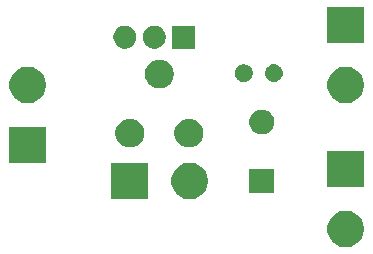
<source format=gbs>
G04 #@! TF.GenerationSoftware,KiCad,Pcbnew,(5.1.2)-2*
G04 #@! TF.CreationDate,2019-09-01T08:24:52-07:00*
G04 #@! TF.ProjectId,regulator_clock,72656775-6c61-4746-9f72-5f636c6f636b,rev?*
G04 #@! TF.SameCoordinates,Original*
G04 #@! TF.FileFunction,Soldermask,Bot*
G04 #@! TF.FilePolarity,Negative*
%FSLAX46Y46*%
G04 Gerber Fmt 4.6, Leading zero omitted, Abs format (unit mm)*
G04 Created by KiCad (PCBNEW (5.1.2)-2) date 2019-09-01 08:24:52*
%MOMM*%
%LPD*%
G04 APERTURE LIST*
%ADD10C,0.100000*%
G04 APERTURE END LIST*
D10*
G36*
X116126585Y-89918802D02*
G01*
X116276410Y-89948604D01*
X116558674Y-90065521D01*
X116812705Y-90235259D01*
X117028741Y-90451295D01*
X117198479Y-90705326D01*
X117315396Y-90987590D01*
X117375000Y-91287240D01*
X117375000Y-91592760D01*
X117315396Y-91892410D01*
X117198479Y-92174674D01*
X117028741Y-92428705D01*
X116812705Y-92644741D01*
X116558674Y-92814479D01*
X116276410Y-92931396D01*
X116126585Y-92961198D01*
X115976761Y-92991000D01*
X115671239Y-92991000D01*
X115521415Y-92961198D01*
X115371590Y-92931396D01*
X115089326Y-92814479D01*
X114835295Y-92644741D01*
X114619259Y-92428705D01*
X114449521Y-92174674D01*
X114332604Y-91892410D01*
X114273000Y-91592760D01*
X114273000Y-91287240D01*
X114332604Y-90987590D01*
X114449521Y-90705326D01*
X114619259Y-90451295D01*
X114835295Y-90235259D01*
X115089326Y-90065521D01*
X115371590Y-89948604D01*
X115521415Y-89918802D01*
X115671239Y-89889000D01*
X115976761Y-89889000D01*
X116126585Y-89918802D01*
X116126585Y-89918802D01*
G37*
G36*
X102918585Y-85854802D02*
G01*
X103068410Y-85884604D01*
X103350674Y-86001521D01*
X103604705Y-86171259D01*
X103820741Y-86387295D01*
X103990479Y-86641326D01*
X104107396Y-86923590D01*
X104167000Y-87223240D01*
X104167000Y-87528760D01*
X104107396Y-87828410D01*
X103990479Y-88110674D01*
X103820741Y-88364705D01*
X103604705Y-88580741D01*
X103350674Y-88750479D01*
X103068410Y-88867396D01*
X102918585Y-88897198D01*
X102768761Y-88927000D01*
X102463239Y-88927000D01*
X102313415Y-88897198D01*
X102163590Y-88867396D01*
X101881326Y-88750479D01*
X101627295Y-88580741D01*
X101411259Y-88364705D01*
X101241521Y-88110674D01*
X101124604Y-87828410D01*
X101065000Y-87528760D01*
X101065000Y-87223240D01*
X101124604Y-86923590D01*
X101241521Y-86641326D01*
X101411259Y-86387295D01*
X101627295Y-86171259D01*
X101881326Y-86001521D01*
X102163590Y-85884604D01*
X102313415Y-85854802D01*
X102463239Y-85825000D01*
X102768761Y-85825000D01*
X102918585Y-85854802D01*
X102918585Y-85854802D01*
G37*
G36*
X99087000Y-88927000D02*
G01*
X95985000Y-88927000D01*
X95985000Y-85825000D01*
X99087000Y-85825000D01*
X99087000Y-88927000D01*
X99087000Y-88927000D01*
G37*
G36*
X109763000Y-88427000D02*
G01*
X107661000Y-88427000D01*
X107661000Y-86325000D01*
X109763000Y-86325000D01*
X109763000Y-88427000D01*
X109763000Y-88427000D01*
G37*
G36*
X117375000Y-87911000D02*
G01*
X114273000Y-87911000D01*
X114273000Y-84809000D01*
X117375000Y-84809000D01*
X117375000Y-87911000D01*
X117375000Y-87911000D01*
G37*
G36*
X90451000Y-85879000D02*
G01*
X87349000Y-85879000D01*
X87349000Y-82777000D01*
X90451000Y-82777000D01*
X90451000Y-85879000D01*
X90451000Y-85879000D01*
G37*
G36*
X102774205Y-82114461D02*
G01*
X102892153Y-82137922D01*
X102984194Y-82176047D01*
X103114359Y-82229963D01*
X103314342Y-82363587D01*
X103484413Y-82533658D01*
X103618037Y-82733641D01*
X103710078Y-82955848D01*
X103757000Y-83191741D01*
X103757000Y-83432259D01*
X103710078Y-83668152D01*
X103618037Y-83890359D01*
X103484413Y-84090342D01*
X103314342Y-84260413D01*
X103114359Y-84394037D01*
X102984194Y-84447953D01*
X102892153Y-84486078D01*
X102774205Y-84509539D01*
X102656259Y-84533000D01*
X102415741Y-84533000D01*
X102297795Y-84509539D01*
X102179847Y-84486078D01*
X102087806Y-84447953D01*
X101957641Y-84394037D01*
X101757658Y-84260413D01*
X101587587Y-84090342D01*
X101453963Y-83890359D01*
X101361922Y-83668152D01*
X101315000Y-83432259D01*
X101315000Y-83191741D01*
X101361922Y-82955848D01*
X101453963Y-82733641D01*
X101587587Y-82533658D01*
X101757658Y-82363587D01*
X101957641Y-82229963D01*
X102087806Y-82176047D01*
X102179847Y-82137922D01*
X102297795Y-82114461D01*
X102415741Y-82091000D01*
X102656259Y-82091000D01*
X102774205Y-82114461D01*
X102774205Y-82114461D01*
G37*
G36*
X97774205Y-82114461D02*
G01*
X97892153Y-82137922D01*
X97984194Y-82176047D01*
X98114359Y-82229963D01*
X98314342Y-82363587D01*
X98484413Y-82533658D01*
X98618037Y-82733641D01*
X98710078Y-82955848D01*
X98757000Y-83191741D01*
X98757000Y-83432259D01*
X98710078Y-83668152D01*
X98618037Y-83890359D01*
X98484413Y-84090342D01*
X98314342Y-84260413D01*
X98114359Y-84394037D01*
X97984194Y-84447953D01*
X97892153Y-84486078D01*
X97774205Y-84509539D01*
X97656259Y-84533000D01*
X97415741Y-84533000D01*
X97297795Y-84509539D01*
X97179847Y-84486078D01*
X97087806Y-84447953D01*
X96957641Y-84394037D01*
X96757658Y-84260413D01*
X96587587Y-84090342D01*
X96453963Y-83890359D01*
X96361922Y-83668152D01*
X96315000Y-83432259D01*
X96315000Y-83191741D01*
X96361922Y-82955848D01*
X96453963Y-82733641D01*
X96587587Y-82533658D01*
X96757658Y-82363587D01*
X96957641Y-82229963D01*
X97087806Y-82176047D01*
X97179847Y-82137922D01*
X97297795Y-82114461D01*
X97415741Y-82091000D01*
X97656259Y-82091000D01*
X97774205Y-82114461D01*
X97774205Y-82114461D01*
G37*
G36*
X109018564Y-81365389D02*
G01*
X109209833Y-81444615D01*
X109209835Y-81444616D01*
X109381973Y-81559635D01*
X109528365Y-81706027D01*
X109643385Y-81878167D01*
X109722611Y-82069436D01*
X109763000Y-82272484D01*
X109763000Y-82479516D01*
X109722611Y-82682564D01*
X109701454Y-82733641D01*
X109643384Y-82873835D01*
X109528365Y-83045973D01*
X109381973Y-83192365D01*
X109209835Y-83307384D01*
X109209834Y-83307385D01*
X109209833Y-83307385D01*
X109018564Y-83386611D01*
X108815516Y-83427000D01*
X108608484Y-83427000D01*
X108405436Y-83386611D01*
X108214167Y-83307385D01*
X108214166Y-83307385D01*
X108214165Y-83307384D01*
X108042027Y-83192365D01*
X107895635Y-83045973D01*
X107780616Y-82873835D01*
X107722546Y-82733641D01*
X107701389Y-82682564D01*
X107661000Y-82479516D01*
X107661000Y-82272484D01*
X107701389Y-82069436D01*
X107780615Y-81878167D01*
X107895635Y-81706027D01*
X108042027Y-81559635D01*
X108214165Y-81444616D01*
X108214167Y-81444615D01*
X108405436Y-81365389D01*
X108608484Y-81325000D01*
X108815516Y-81325000D01*
X109018564Y-81365389D01*
X109018564Y-81365389D01*
G37*
G36*
X89202585Y-77726802D02*
G01*
X89352410Y-77756604D01*
X89634674Y-77873521D01*
X89888705Y-78043259D01*
X90104741Y-78259295D01*
X90274479Y-78513326D01*
X90391396Y-78795590D01*
X90451000Y-79095240D01*
X90451000Y-79400760D01*
X90391396Y-79700410D01*
X90274479Y-79982674D01*
X90104741Y-80236705D01*
X89888705Y-80452741D01*
X89634674Y-80622479D01*
X89352410Y-80739396D01*
X89202585Y-80769198D01*
X89052761Y-80799000D01*
X88747239Y-80799000D01*
X88597415Y-80769198D01*
X88447590Y-80739396D01*
X88165326Y-80622479D01*
X87911295Y-80452741D01*
X87695259Y-80236705D01*
X87525521Y-79982674D01*
X87408604Y-79700410D01*
X87349000Y-79400760D01*
X87349000Y-79095240D01*
X87408604Y-78795590D01*
X87525521Y-78513326D01*
X87695259Y-78259295D01*
X87911295Y-78043259D01*
X88165326Y-77873521D01*
X88447590Y-77756604D01*
X88597415Y-77726802D01*
X88747239Y-77697000D01*
X89052761Y-77697000D01*
X89202585Y-77726802D01*
X89202585Y-77726802D01*
G37*
G36*
X116126585Y-77726802D02*
G01*
X116276410Y-77756604D01*
X116558674Y-77873521D01*
X116812705Y-78043259D01*
X117028741Y-78259295D01*
X117198479Y-78513326D01*
X117315396Y-78795590D01*
X117375000Y-79095240D01*
X117375000Y-79400760D01*
X117315396Y-79700410D01*
X117198479Y-79982674D01*
X117028741Y-80236705D01*
X116812705Y-80452741D01*
X116558674Y-80622479D01*
X116276410Y-80739396D01*
X116126585Y-80769198D01*
X115976761Y-80799000D01*
X115671239Y-80799000D01*
X115521415Y-80769198D01*
X115371590Y-80739396D01*
X115089326Y-80622479D01*
X114835295Y-80452741D01*
X114619259Y-80236705D01*
X114449521Y-79982674D01*
X114332604Y-79700410D01*
X114273000Y-79400760D01*
X114273000Y-79095240D01*
X114332604Y-78795590D01*
X114449521Y-78513326D01*
X114619259Y-78259295D01*
X114835295Y-78043259D01*
X115089326Y-77873521D01*
X115371590Y-77756604D01*
X115521415Y-77726802D01*
X115671239Y-77697000D01*
X115976761Y-77697000D01*
X116126585Y-77726802D01*
X116126585Y-77726802D01*
G37*
G36*
X100392153Y-77137922D02*
G01*
X100484194Y-77176047D01*
X100614359Y-77229963D01*
X100814342Y-77363587D01*
X100984413Y-77533658D01*
X101118037Y-77733641D01*
X101150804Y-77812748D01*
X101210078Y-77955847D01*
X101227465Y-78043259D01*
X101257000Y-78191741D01*
X101257000Y-78432259D01*
X101233539Y-78550205D01*
X101210078Y-78668153D01*
X101192440Y-78710735D01*
X101118037Y-78890359D01*
X100984413Y-79090342D01*
X100814342Y-79260413D01*
X100614359Y-79394037D01*
X100484194Y-79447953D01*
X100392153Y-79486078D01*
X100274205Y-79509539D01*
X100156259Y-79533000D01*
X99915741Y-79533000D01*
X99797795Y-79509539D01*
X99679847Y-79486078D01*
X99587806Y-79447953D01*
X99457641Y-79394037D01*
X99257658Y-79260413D01*
X99087587Y-79090342D01*
X98953963Y-78890359D01*
X98879560Y-78710735D01*
X98861922Y-78668153D01*
X98838461Y-78550205D01*
X98815000Y-78432259D01*
X98815000Y-78191741D01*
X98844535Y-78043259D01*
X98861922Y-77955847D01*
X98921196Y-77812748D01*
X98953963Y-77733641D01*
X99087587Y-77533658D01*
X99257658Y-77363587D01*
X99457641Y-77229963D01*
X99587806Y-77176047D01*
X99679847Y-77137922D01*
X99915741Y-77091000D01*
X100156259Y-77091000D01*
X100392153Y-77137922D01*
X100392153Y-77137922D01*
G37*
G36*
X109801665Y-77484622D02*
G01*
X109875222Y-77491867D01*
X110016786Y-77534810D01*
X110147252Y-77604546D01*
X110177040Y-77628992D01*
X110261607Y-77698393D01*
X110309378Y-77756604D01*
X110355454Y-77812748D01*
X110425190Y-77943214D01*
X110468133Y-78084778D01*
X110482633Y-78232000D01*
X110468133Y-78379222D01*
X110425190Y-78520786D01*
X110355454Y-78651252D01*
X110331008Y-78681040D01*
X110261607Y-78765607D01*
X110201004Y-78815341D01*
X110147252Y-78859454D01*
X110016786Y-78929190D01*
X109875222Y-78972133D01*
X109801665Y-78979378D01*
X109764888Y-78983000D01*
X109691112Y-78983000D01*
X109654335Y-78979378D01*
X109580778Y-78972133D01*
X109439214Y-78929190D01*
X109308748Y-78859454D01*
X109254996Y-78815341D01*
X109194393Y-78765607D01*
X109124992Y-78681040D01*
X109100546Y-78651252D01*
X109030810Y-78520786D01*
X108987867Y-78379222D01*
X108973367Y-78232000D01*
X108987867Y-78084778D01*
X109030810Y-77943214D01*
X109100546Y-77812748D01*
X109146622Y-77756604D01*
X109194393Y-77698393D01*
X109278960Y-77628992D01*
X109308748Y-77604546D01*
X109439214Y-77534810D01*
X109580778Y-77491867D01*
X109654335Y-77484622D01*
X109691112Y-77481000D01*
X109764888Y-77481000D01*
X109801665Y-77484622D01*
X109801665Y-77484622D01*
G37*
G36*
X107407059Y-77509860D02*
G01*
X107467294Y-77534810D01*
X107543732Y-77566472D01*
X107666735Y-77648660D01*
X107771340Y-77753265D01*
X107853528Y-77876268D01*
X107853529Y-77876270D01*
X107910140Y-78012941D01*
X107939000Y-78158032D01*
X107939000Y-78305968D01*
X107910140Y-78451059D01*
X107853528Y-78587732D01*
X107771340Y-78710735D01*
X107666735Y-78815340D01*
X107543732Y-78897528D01*
X107543731Y-78897529D01*
X107543730Y-78897529D01*
X107407059Y-78954140D01*
X107261968Y-78983000D01*
X107114032Y-78983000D01*
X106968941Y-78954140D01*
X106832270Y-78897529D01*
X106832269Y-78897529D01*
X106832268Y-78897528D01*
X106709265Y-78815340D01*
X106604660Y-78710735D01*
X106522472Y-78587732D01*
X106465860Y-78451059D01*
X106437000Y-78305968D01*
X106437000Y-78158032D01*
X106465860Y-78012941D01*
X106522471Y-77876270D01*
X106522472Y-77876268D01*
X106604660Y-77753265D01*
X106709265Y-77648660D01*
X106832268Y-77566472D01*
X106908707Y-77534810D01*
X106968941Y-77509860D01*
X107114032Y-77481000D01*
X107261968Y-77481000D01*
X107407059Y-77509860D01*
X107407059Y-77509860D01*
G37*
G36*
X103084000Y-76160000D02*
G01*
X101132000Y-76160000D01*
X101132000Y-74208000D01*
X103084000Y-74208000D01*
X103084000Y-76160000D01*
X103084000Y-76160000D01*
G37*
G36*
X99892687Y-74245507D02*
G01*
X99892690Y-74245508D01*
X99892689Y-74245508D01*
X100070309Y-74319080D01*
X100070310Y-74319081D01*
X100230161Y-74425889D01*
X100366111Y-74561839D01*
X100455158Y-74695109D01*
X100472920Y-74721691D01*
X100529825Y-74859073D01*
X100546493Y-74899313D01*
X100584000Y-75087871D01*
X100584000Y-75280129D01*
X100546493Y-75468687D01*
X100546492Y-75468689D01*
X100472920Y-75646309D01*
X100472919Y-75646310D01*
X100366111Y-75806161D01*
X100230161Y-75942111D01*
X100096891Y-76031158D01*
X100070309Y-76048920D01*
X99932927Y-76105825D01*
X99892687Y-76122493D01*
X99704129Y-76160000D01*
X99511871Y-76160000D01*
X99323313Y-76122493D01*
X99283073Y-76105825D01*
X99145691Y-76048920D01*
X99119109Y-76031158D01*
X98985839Y-75942111D01*
X98849889Y-75806161D01*
X98743081Y-75646310D01*
X98743080Y-75646309D01*
X98669508Y-75468689D01*
X98669507Y-75468687D01*
X98632000Y-75280129D01*
X98632000Y-75087871D01*
X98669507Y-74899313D01*
X98686175Y-74859073D01*
X98743080Y-74721691D01*
X98760842Y-74695109D01*
X98849889Y-74561839D01*
X98985839Y-74425889D01*
X99145690Y-74319081D01*
X99145691Y-74319080D01*
X99323311Y-74245508D01*
X99323310Y-74245508D01*
X99323313Y-74245507D01*
X99511871Y-74208000D01*
X99704129Y-74208000D01*
X99892687Y-74245507D01*
X99892687Y-74245507D01*
G37*
G36*
X97392687Y-74245507D02*
G01*
X97392690Y-74245508D01*
X97392689Y-74245508D01*
X97570309Y-74319080D01*
X97570310Y-74319081D01*
X97730161Y-74425889D01*
X97866111Y-74561839D01*
X97955158Y-74695109D01*
X97972920Y-74721691D01*
X98029825Y-74859073D01*
X98046493Y-74899313D01*
X98084000Y-75087871D01*
X98084000Y-75280129D01*
X98046493Y-75468687D01*
X98046492Y-75468689D01*
X97972920Y-75646309D01*
X97972919Y-75646310D01*
X97866111Y-75806161D01*
X97730161Y-75942111D01*
X97596891Y-76031158D01*
X97570309Y-76048920D01*
X97432927Y-76105825D01*
X97392687Y-76122493D01*
X97204129Y-76160000D01*
X97011871Y-76160000D01*
X96823313Y-76122493D01*
X96783073Y-76105825D01*
X96645691Y-76048920D01*
X96619109Y-76031158D01*
X96485839Y-75942111D01*
X96349889Y-75806161D01*
X96243081Y-75646310D01*
X96243080Y-75646309D01*
X96169508Y-75468689D01*
X96169507Y-75468687D01*
X96132000Y-75280129D01*
X96132000Y-75087871D01*
X96169507Y-74899313D01*
X96186175Y-74859073D01*
X96243080Y-74721691D01*
X96260842Y-74695109D01*
X96349889Y-74561839D01*
X96485839Y-74425889D01*
X96645690Y-74319081D01*
X96645691Y-74319080D01*
X96823311Y-74245508D01*
X96823310Y-74245508D01*
X96823313Y-74245507D01*
X97011871Y-74208000D01*
X97204129Y-74208000D01*
X97392687Y-74245507D01*
X97392687Y-74245507D01*
G37*
G36*
X117375000Y-75719000D02*
G01*
X114273000Y-75719000D01*
X114273000Y-72617000D01*
X117375000Y-72617000D01*
X117375000Y-75719000D01*
X117375000Y-75719000D01*
G37*
M02*

</source>
